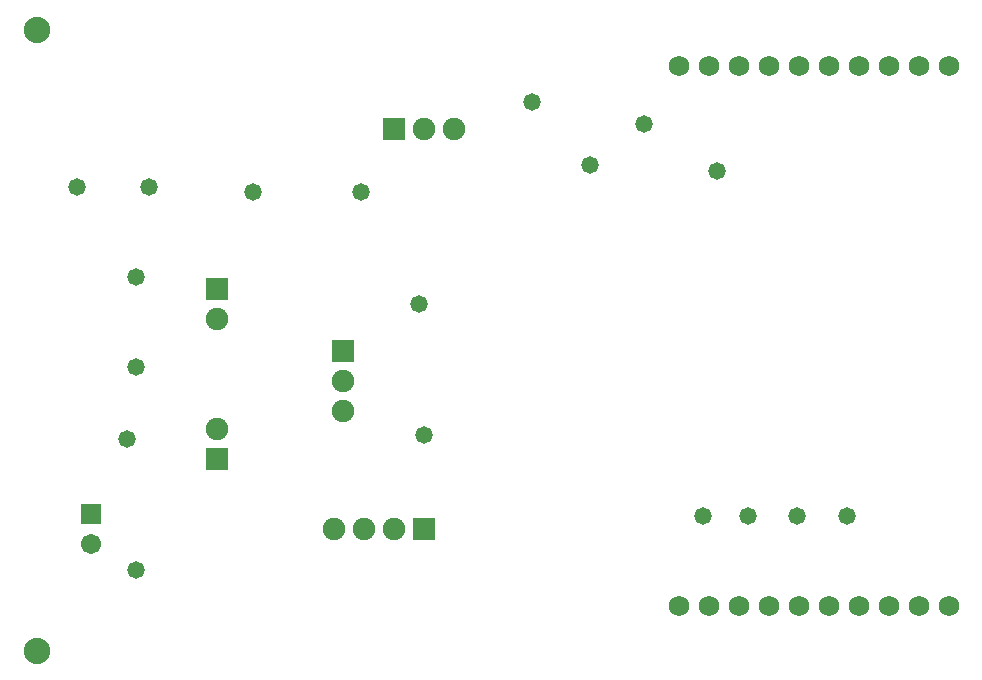
<source format=gbs>
G04*
G04 #@! TF.GenerationSoftware,Altium Limited,Altium Designer,19.1.7 (138)*
G04*
G04 Layer_Color=16711935*
%FSLAX25Y25*%
%MOIN*%
G70*
G01*
G75*
%ADD43C,0.08800*%
%ADD44R,0.06706X0.06706*%
%ADD45C,0.06706*%
%ADD46C,0.06800*%
%ADD47C,0.07493*%
%ADD48R,0.07493X0.07493*%
%ADD49R,0.07493X0.07493*%
%ADD50C,0.05800*%
D43*
X136500Y214500D02*
D03*
Y421500D02*
D03*
D44*
X154500Y259921D02*
D03*
D45*
Y250079D02*
D03*
D46*
X440500Y229500D02*
D03*
X430500D02*
D03*
X420500D02*
D03*
X410500D02*
D03*
X400500D02*
D03*
X390500D02*
D03*
X380500D02*
D03*
X370500D02*
D03*
X360500D02*
D03*
X350500D02*
D03*
Y409500D02*
D03*
X360500D02*
D03*
X370500D02*
D03*
X380500D02*
D03*
X390500D02*
D03*
X400500D02*
D03*
X410500D02*
D03*
X420500D02*
D03*
X430500D02*
D03*
X440500D02*
D03*
D47*
X235500Y255000D02*
D03*
X245500D02*
D03*
X255500D02*
D03*
X275500Y388500D02*
D03*
X265500D02*
D03*
X196500Y325000D02*
D03*
Y288500D02*
D03*
X238500Y294500D02*
D03*
Y304500D02*
D03*
D48*
X265500Y255000D02*
D03*
X255500Y388500D02*
D03*
D49*
X196500Y335000D02*
D03*
Y278500D02*
D03*
X238500Y314500D02*
D03*
D50*
X150000Y369000D02*
D03*
X264000Y330000D02*
D03*
X301500Y397500D02*
D03*
X321000Y376500D02*
D03*
X363176Y374426D02*
D03*
X265500Y286500D02*
D03*
X208500Y367500D02*
D03*
X174000Y369000D02*
D03*
X244500Y367500D02*
D03*
X339000Y390000D02*
D03*
X169500Y309000D02*
D03*
Y339000D02*
D03*
X166500Y285000D02*
D03*
X169500Y241500D02*
D03*
X406500Y259500D02*
D03*
X390000D02*
D03*
X373500D02*
D03*
X358500D02*
D03*
M02*

</source>
